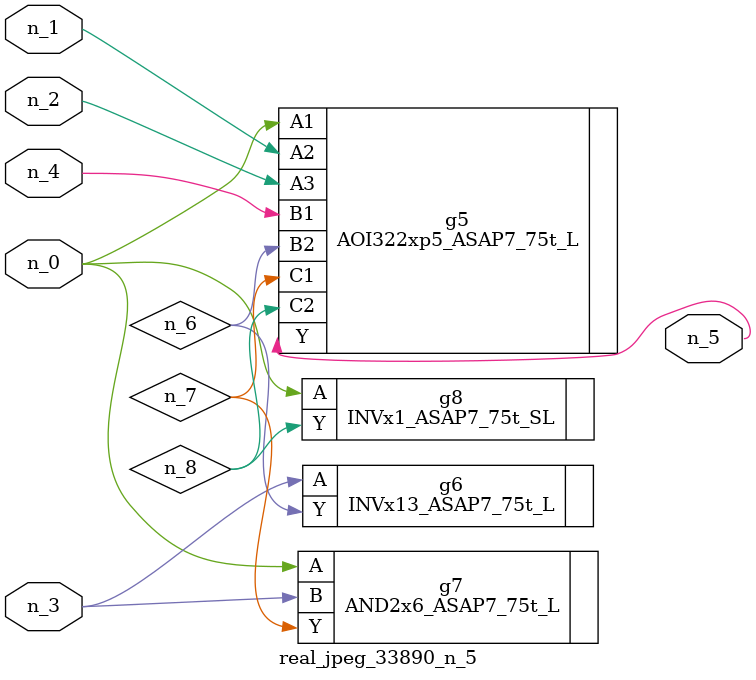
<source format=v>
module real_jpeg_33890_n_5 (n_4, n_0, n_1, n_2, n_3, n_5);

input n_4;
input n_0;
input n_1;
input n_2;
input n_3;

output n_5;

wire n_8;
wire n_6;
wire n_7;

AOI322xp5_ASAP7_75t_L g5 ( 
.A1(n_0),
.A2(n_1),
.A3(n_2),
.B1(n_4),
.B2(n_6),
.C1(n_7),
.C2(n_8),
.Y(n_5)
);

AND2x6_ASAP7_75t_L g7 ( 
.A(n_0),
.B(n_3),
.Y(n_7)
);

INVx1_ASAP7_75t_SL g8 ( 
.A(n_0),
.Y(n_8)
);

INVx13_ASAP7_75t_L g6 ( 
.A(n_3),
.Y(n_6)
);


endmodule
</source>
